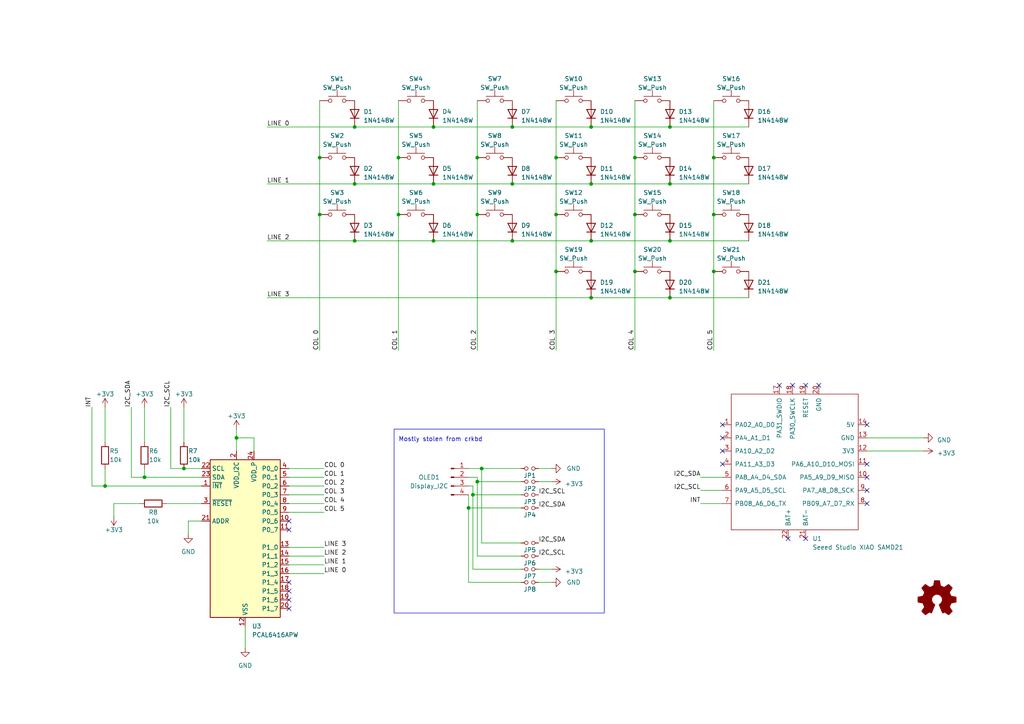
<source format=kicad_sch>
(kicad_sch (version 20230121) (generator eeschema)
  (paper "A4")
  (title_block (title "KBD-MK-II") (date "2023-03-18") (rev "2.0") (company "0xAC0") (comment 1 "https://github.com/foostan/crkbd") (comment 2 "Credit to crkbd for inspiration."))
  (lib_symbols
    (symbol "Connector:Conn_01x04_Pin" (pin_names (offset 1.016) hide)
      (property "Reference" "J" (at 0 5.08 0))
      (property "Value" "Conn_01x04_Pin" (at 0 -7.62 0))
      (symbol "Conn_01x04_Pin_1_1"
        (polyline (pts (xy 1.27 -5.08) (xy 0.8636 -5.08)) (stroke (width 0.1524)))
        (polyline (pts (xy 1.27 -2.54) (xy 0.8636 -2.54)) (stroke (width 0.1524)))
        (polyline (pts (xy 1.27 0) (xy 0.8636 0)) (stroke (width 0.1524)))
        (polyline (pts (xy 1.27 2.54) (xy 0.8636 2.54)) (stroke (width 0.1524)))
        (rectangle (start 0.8636 -4.953) (end 0 -5.207) (stroke (width 0.1524)) (fill (type outline)))
        (rectangle (start 0.8636 -2.413) (end 0 -2.667) (stroke (width 0.1524)) (fill (type outline)))
        (rectangle (start 0.8636 0.127) (end 0 -0.127) (stroke (width 0.1524)) (fill (type outline)))
        (rectangle (start 0.8636 2.667) (end 0 2.413) (stroke (width 0.1524)) (fill (type outline)))
        (pin passive line (at 5.08 2.54 180) (length 3.81) (name "Pin_1") (number "1"))
        (pin passive line (at 5.08 0 180) (length 3.81) (name "Pin_2") (number "2"))
        (pin passive line (at 5.08 -2.54 180) (length 3.81) (name "Pin_3") (number "3"))
        (pin passive line (at 5.08 -5.08 180) (length 3.81) (name "Pin_4") (number "4"))
      )
    )
    (symbol "Device:R" (pin_numbers hide) (pin_names (offset 0))
      (property "Reference" "R" (at 2.032 0 90))
      (property "Value" "R" (at 0 0 90))
      (symbol "R_0_1"
        (rectangle (start -1.016 -2.54) (end 1.016 2.54) (stroke (width 0.254)))
      )
      (symbol "R_1_1"
        (pin passive line (at 0 3.81 270) (length 1.27) (name "~") (number "1"))
        (pin passive line (at 0 -3.81 90) (length 1.27) (name "~") (number "2"))
      )
    )
    (symbol "Diode:1N4148W" (pin_numbers hide) (pin_names hide)
      (property "Reference" "D" (at 0 2.54 0))
      (property "Value" "1N4148W" (at 0 -2.54 0))
      (symbol "1N4148W_0_1"
        (polyline (pts (xy -1.27 1.27) (xy -1.27 -1.27)) (stroke (width 0.254)))
        (polyline (pts (xy 1.27 0) (xy -1.27 0)))
        (polyline (pts (xy 1.27 1.27) (xy 1.27 -1.27) (xy -1.27 0) (xy 1.27 1.27)) (stroke (width 0.254)))
      )
      (symbol "1N4148W_1_1"
        (pin passive line (at -3.81 0 0) (length 2.54) (name "K") (number "1"))
        (pin passive line (at 3.81 0 180) (length 2.54) (name "A") (number "2"))
      )
    )
    (symbol "Graphic:Logo_Open_Hardware_Small" (in_bom no) (on_board no)
      (symbol "Logo_Open_Hardware_Small_0_1"
        (polyline (pts (xy 3.3528 -4.3434) (xy 3.302 -4.318) (xy 3.175 -4.2418) (xy 2.9972 -4.1148) (xy 2.7686 -3.9624) (xy 2.54 -3.81) (xy 2.3622 -3.7084) (xy 2.2352 -3.6068) (xy 2.1844 -3.5814) (xy 2.159 -3.6068) (xy 2.0574 -3.6576) (xy 1.905 -3.7338) (xy 1.8034 -3.7846) (xy 1.6764 -3.8354) (xy 1.6002 -3.8354) (xy 1.6002 -3.8354) (xy 1.5494 -3.7338) (xy 1.4732 -3.5306) (xy 1.3462 -3.302) (xy 1.2446 -3.0226) (xy 1.1176 -2.7178) (xy 0.9652 -2.413) (xy 0.8636 -2.1082) (xy 0.7366 -1.8288) (xy 0.6604 -1.6256) (xy 0.6096 -1.4732) (xy 0.5842 -1.397) (xy 0.5842 -1.397) (xy 0.6604 -1.3208) (xy 0.7874 -1.2446) (xy 1.0414 -1.016) (xy 1.2954 -0.6858) (xy 1.4478 -0.3302) (xy 1.524 0.0762) (xy 1.4732 0.4572) (xy 1.3208 0.8128) (xy 1.0668 1.143) (xy 0.762 1.3716) (xy 0.4064 1.524) (xy 0 1.5748) (xy -0.381 1.5494) (xy -0.7366 1.397) (xy -1.0668 1.143) (xy -1.2192 0.9906) (xy -1.397 0.6604) (xy -1.524 0.3048) (xy -1.524 0.2286) (xy -1.4986 -0.1778) (xy -1.397 -0.5334) (xy -1.1938 -0.8636) (xy -0.9144 -1.143) (xy -0.8636 -1.1684) (xy -0.7366 -1.27) (xy -0.635 -1.3462) (xy -0.5842 -1.397) (xy -1.0668 -2.5908) (xy -1.143 -2.794) (xy -1.2954 -3.1242) (xy -1.397 -3.4036) (xy -1.4986 -3.6322) (xy -1.5748 -3.7846) (xy -1.6002 -3.8354) (xy -1.6002 -3.8354) (xy -1.651 -3.8354) (xy -1.7272 -3.81) (xy -1.905 -3.7338) (xy -2.0066 -3.683) (xy -2.1336 -3.6068) (xy -2.2098 -3.5814) (xy -2.2606 -3.6068) (xy -2.3622 -3.683) (xy -2.54 -3.81) (xy -2.7686 -3.9624) (xy -2.9718 -4.0894) (xy -3.1496 -4.2164) (xy -3.302 -4.318) (xy -3.3528 -4.3434) (xy -3.3782 -4.3434) (xy -3.429 -4.318) (xy -3.5306 -4.2164) (xy -3.7084 -4.064) (xy -3.937 -3.8354) (xy -3.9624 -3.81) (xy -4.1656 -3.6068) (xy -4.318 -3.4544) (xy -4.4196 -3.3274) (xy -4.445 -3.2766) (xy -4.445 -3.2766) (xy -4.4196 -3.2258) (xy -4.318 -3.0734) (xy -4.2164 -2.8956) (xy -4.064 -2.667) (xy -3.6576 -2.0828) (xy -3.8862 -1.5494) (xy -3.937 -1.3716) (xy -4.0386 -1.1684) (xy -4.0894 -1.0414) (xy -4.1148 -0.9652) (xy -4.191 -0.9398) (xy -4.318 -0.9144) (xy -4.5466 -0.8636) (xy -4.8006 -0.8128) (xy -5.0546 -0.7874) (xy -5.2578 -0.7366) (xy -5.4356 -0.7112) (xy -5.5118 -0.6858) (xy -5.5118 -0.6858) (xy -5.5372 -0.635) (xy -5.5372 -0.5588) (xy -5.5372 -0.4318) (xy -5.5626 -0.2286) (xy -5.5626 0.0762) (xy -5.5626 0.127) (xy -5.5372 0.4064) (xy -5.5372 0.635) (xy -5.5372 0.762) (xy -5.5372 0.8382) (xy -5.5372 0.8382) (xy -5.461 0.8382) (xy -5.3086 0.889) (xy -5.08 0.9144) (xy -4.826 0.9652) (xy -4.8006 0.9906) (xy -4.5466 1.0414) (xy -4.318 1.0668) (xy -4.1656 1.1176) (xy -4.0894 1.143) (xy -4.0894 1.143) (xy -4.0386 1.2446) (xy -3.9624 1.4224) (xy -3.8608 1.6256) (xy -3.7846 1.8288) (xy -3.7084 2.0066) (xy -3.6576 2.159) (xy -3.6322 2.2098) (xy -3.6322 2.2098) (xy -3.683 2.286) (xy -3.7592 2.413) (xy -3.8862 2.5908) (xy -4.064 2.8194) (xy -4.064 2.8448) (xy -4.2164 3.0734) (xy -4.3434 3.2512) (xy -4.4196 3.3782) (xy -4.445 3.4544) (xy -4.445 3.4544) (xy -4.3942 3.5052) (xy -4.2926 3.6322) (xy -4.1148 3.81) (xy -3.937 4.0132) (xy -3.8608 4.064) (xy -3.6576 4.2926) (xy -3.5052 4.4196) (xy -3.4036 4.4958) (xy -3.3528 4.5212) (xy -3.3528 4.5212) (xy -3.302 4.4704) (xy -3.1496 4.3688) (xy -2.9718 4.2418) (xy -2.7432 4.0894) (xy -2.7178 4.0894) (xy -2.4892 3.937) (xy -2.3114 3.81) (xy -2.1844 3.7084) (xy -2.1336 3.683) (xy -2.1082 3.683) (xy -2.032 3.7084) (xy -1.8542 3.7592) (xy -1.6764 3.8354) (xy -1.4732 3.937) (xy -1.27 4.0132) (xy -1.143 4.064) (xy -1.0668 4.1148) (xy -1.0668 4.1148) (xy -1.0414 4.191) (xy -1.016 4.3434) (xy -0.9652 4.572) (xy -0.9144 4.8514) (xy -0.889 4.9022) (xy -0.8382 5.1562) (xy -0.8128 5.3848) (xy -0.7874 5.5372) (xy -0.762 5.588) (xy -0.7112 5.6134) (xy -0.5842 5.6134) (xy -0.4064 5.6134) (xy -0.1524 5.6134) (xy 0.0762 5.6134) (xy 0.3302 5.6134) (xy 0.5334 5.6134) (xy 0.6858 5.588) (xy 0.7366 5.588) (xy 0.7366 5.588) (xy 0.762 5.5118) (xy 0.8128 5.334) (xy 0.8382 5.1054) (xy 0.9144 4.826) (xy 0.9144 4.7752) (xy 0.9652 4.5212) (xy 1.016 4.2926) (xy 1.0414 4.1402) (xy 1.0668 4.0894) (xy 1.0668 4.0894) (xy 1.1938 4.0386) (xy 1.3716 3.9624) (xy 1.5748 3.8608) (xy 2.0828 3.6576) (xy 2.7178 4.0894) (xy 2.7686 4.1402) (xy 2.9972 4.2926) (xy 3.175 4.4196) (xy 3.302 4.4958) (xy 3.3782 4.5212) (xy 3.3782 4.5212) (xy 3.429 4.4704) (xy 3.556 4.3434) (xy 3.7338 4.191) (xy 3.9116 3.9878) (xy 4.064 3.8354) (xy 4.2418 3.6576) (xy 4.3434 3.556) (xy 4.4196 3.4798) (xy 4.4196 3.429) (xy 4.4196 3.4036) (xy 4.3942 3.3274) (xy 4.2926 3.2004) (xy 4.1656 2.9972) (xy 4.0132 2.794) (xy 3.8862 2.5908) (xy 3.7592 2.3876) (xy 3.6576 2.2352) (xy 3.6322 2.159) (xy 3.6322 2.1336) (xy 3.683 2.0066) (xy 3.7592 1.8288) (xy 3.8608 1.6002) (xy 4.064 1.1176) (xy 4.3942 1.0414) (xy 4.5974 1.016) (xy 4.8768 0.9652) (xy 5.1308 0.9144) (xy 5.5372 0.8382) (xy 5.5626 -0.6604) (xy 5.4864 -0.6858) (xy 5.4356 -0.6858) (xy 5.2832 -0.7366) (xy 5.0546 -0.762) (xy 4.8006 -0.8128) (xy 4.5974 -0.8636) (xy 4.3688 -0.9144) (xy 4.2164 -0.9398) (xy 4.1402 -0.9398) (xy 4.1148 -0.9652) (xy 4.064 -1.0668) (xy 3.9878 -1.2446) (xy 3.9116 -1.4478) (xy 3.81 -1.651) (xy 3.7338 -1.8542) (xy 3.683 -2.0066) (xy 3.6576 -2.0828) (xy 3.683 -2.1336) (xy 3.7846 -2.2606) (xy 3.8862 -2.4638) (xy 4.0386 -2.667) (xy 4.191 -2.8956) (xy 4.318 -3.0734) (xy 4.3942 -3.2004) (xy 4.445 -3.2766) (xy 4.4196 -3.3274) (xy 4.3434 -3.429) (xy 4.1656 -3.5814) (xy 3.937 -3.8354) (xy 3.8862 -3.8608) (xy 3.683 -4.064) (xy 3.5306 -4.2164) (xy 3.4036 -4.318) (xy 3.3528 -4.3434)) (fill (type outline)))
      )
    )
    (symbol "Interface_Expansion:PCAL6416APW"
      (property "Reference" "U" (at -10.16 24.13 0))
      (property "Value" "PCAL6416APW" (at 3.81 24.13 0))
      (symbol "PCAL6416APW_0_1"
        (rectangle (start -10.16 22.86) (end 10.16 -22.86) (stroke (width 0.254)) (fill (type background)))
      )
      (symbol "PCAL6416APW_1_1"
        (pin open_collector line (at -12.7 15.24 0) (length 2.54) (name "~{INT}") (number "1"))
        (pin bidirectional line (at 12.7 5.08 180) (length 2.54) (name "P0_6") (number "10"))
        (pin bidirectional line (at 12.7 2.54 180) (length 2.54) (name "P0_7") (number "11"))
        (pin power_in line (at 0 -25.4 90) (length 2.54) (name "VSS") (number "12"))
        (pin bidirectional line (at 12.7 -2.54 180) (length 2.54) (name "P1_0") (number "13"))
        (pin bidirectional line (at 12.7 -5.08 180) (length 2.54) (name "P1_1") (number "14"))
        (pin bidirectional line (at 12.7 -7.62 180) (length 2.54) (name "P1_2") (number "15"))
        (pin bidirectional line (at 12.7 -10.16 180) (length 2.54) (name "P1_3") (number "16"))
        (pin bidirectional line (at 12.7 -12.7 180) (length 2.54) (name "P1_4") (number "17"))
        (pin bidirectional line (at 12.7 -15.24 180) (length 2.54) (name "P1_5") (number "18"))
        (pin bidirectional line (at 12.7 -17.78 180) (length 2.54) (name "P1_6") (number "19"))
        (pin power_in line (at -2.54 25.4 270) (length 2.54) (name "VDD_I2C") (number "2"))
        (pin bidirectional line (at 12.7 -20.32 180) (length 2.54) (name "P1_7") (number "20"))
        (pin input line (at -12.7 5.08 0) (length 2.54) (name "ADDR") (number "21"))
        (pin input line (at -12.7 20.32 0) (length 2.54) (name "SCL") (number "22"))
        (pin bidirectional line (at -12.7 17.78 0) (length 2.54) (name "SDA") (number "23"))
        (pin power_in line (at 2.54 25.4 270) (length 2.54) (name "VDD_P") (number "24"))
        (pin input line (at -12.7 10.16 0) (length 2.54) (name "~{RESET}") (number "3"))
        (pin bidirectional line (at 12.7 20.32 180) (length 2.54) (name "P0_0") (number "4"))
        (pin bidirectional line (at 12.7 17.78 180) (length 2.54) (name "P0_1") (number "5"))
        (pin bidirectional line (at 12.7 15.24 180) (length 2.54) (name "P0_2") (number "6"))
        (pin bidirectional line (at 12.7 12.7 180) (length 2.54) (name "P0_3") (number "7"))
        (pin bidirectional line (at 12.7 10.16 180) (length 2.54) (name "P0_4") (number "8"))
        (pin bidirectional line (at 12.7 7.62 180) (length 2.54) (name "P0_5") (number "9"))
      )
    )
    (symbol "Seeed_Studio_XIAO_Series:Seeed Studio XIAO SAMD21" (pin_names (offset 1.016))
      (property "Reference" "U" (at -19.05 22.86 0))
      (property "Value" "Seeed Studio XIAO SAMD21" (at -12.7 21.59 0))
      (symbol "Seeed Studio XIAO SAMD21_0_1"
        (rectangle (start -19.05 20.32) (end 17.78 -19.05))
      )
      (symbol "Seeed Studio XIAO SAMD21_1_1"
        (pin bidirectional line (at -21.59 11.43 0) (length 2.54) (name "PA02_A0_D0") (number "1"))
        (pin bidirectional line (at 20.32 -3.81 180) (length 2.54) (name "PA5_A9_D9_MISO") (number "10"))
        (pin bidirectional line (at 20.32 0 180) (length 2.54) (name "PA6_A10_D10_MOSI") (number "11"))
        (pin power_out line (at 20.32 3.81 180) (length 2.54) (name "3V3") (number "12"))
        (pin power_out line (at 20.32 7.62 180) (length 2.54) (name "GND") (number "13"))
        (pin power_out line (at 20.32 11.43 180) (length 2.54) (name "5V") (number "14"))
        (pin input line (at -5.08 22.86 270) (length 2.54) (name "PA31_SWDIO") (number "17"))
        (pin input line (at -1.27 22.86 270) (length 2.54) (name "PA30_SWCLK") (number "18"))
        (pin input line (at 2.54 22.86 270) (length 2.54) (name "RESET") (number "19"))
        (pin bidirectional line (at -21.59 7.62 0) (length 2.54) (name "PA4_A1_D1") (number "2"))
        (pin input line (at 6.35 22.86 270) (length 2.54) (name "GND") (number "20"))
        (pin input line (at 2.54 -21.59 90) (length 2.54) (name "BAT-") (number "21"))
        (pin input line (at -2.54 -21.59 90) (length 2.54) (name "BAT+") (number "22"))
        (pin bidirectional line (at -21.59 3.81 0) (length 2.54) (name "PA10_A2_D2") (number "3"))
        (pin bidirectional line (at -21.59 0 0) (length 2.54) (name "PA11_A3_D3") (number "4"))
        (pin bidirectional line (at -21.59 -3.81 0) (length 2.54) (name "PA8_A4_D4_SDA") (number "5"))
        (pin bidirectional line (at -21.59 -7.62 0) (length 2.54) (name "PA9_A5_D5_SCL") (number "6"))
        (pin bidirectional line (at -21.59 -11.43 0) (length 2.54) (name "PB08_A6_D6_TX") (number "7"))
        (pin bidirectional line (at 20.32 -11.43 180) (length 2.54) (name "PB09_A7_D7_RX") (number "8"))
        (pin bidirectional line (at 20.32 -7.62 180) (length 2.54) (name "PA7_A8_D8_SCK") (number "9"))
      )
    )
    (symbol "Switch:SW_Push" (pin_numbers hide) (pin_names (offset 1.016) hide)
      (property "Reference" "SW" (at 1.27 2.54 0))
      (property "Value" "SW_Push" (at 0 -1.524 0))
      (symbol "SW_Push_0_1"
        (circle (center -2.032 0) (radius 0.508))
        (polyline (pts (xy 0 1.27) (xy 0 3.048)))
        (polyline (pts (xy 2.54 1.27) (xy -2.54 1.27)))
        (circle (center 2.032 0) (radius 0.508))
        (pin passive line (at -5.08 0 0) (length 2.54) (name "1") (number "1"))
        (pin passive line (at 5.08 0 180) (length 2.54) (name "2") (number "2"))
      )
    )
    (symbol "corne-chocolate-rescue:Jumper_NO_Small-Device" (pin_numbers hide) (pin_names (offset 0.762) hide)
      (property "Reference" "JP" (at 0 2.032 0))
      (property "Value" "Device:Jumper_NO_Small" (at 0.254 -1.524 0))
      (symbol "Jumper_NO_Small-Device_0_1"
        (circle (center -1.016 0) (radius 0.508))
        (circle (center 1.016 0) (radius 0.508))
        (pin passive line (at -2.54 0 0) (length 1.016) (name "1") (number "1"))
        (pin passive line (at 2.54 0 180) (length 1.016) (name "2") (number "2"))
      )
    )
    (symbol "power:+3V3" (power) (pin_names (offset 0))
      (property "Value" "+3V3" (at 0 3.556 0))
      (symbol "+3V3_0_1"
        (polyline (pts (xy -0.762 1.27) (xy 0 2.54)))
        (polyline (pts (xy 0 0) (xy 0 2.54)))
        (polyline (pts (xy 0 2.54) (xy 0.762 1.27)))
      )
      (symbol "+3V3_1_1"
        (pin power_in line (at 0 0 90) (length 0) hide (name "+3V3") (number "1"))
      )
    )
    (symbol "power:GND" (power) (pin_names (offset 0))
      (property "Value" "GND" (at 0 -3.81 0))
      (symbol "GND_0_1"
        (polyline (pts (xy 0 0) (xy 0 -1.27) (xy 1.27 -1.27) (xy 0 -2.54) (xy -1.27 -1.27) (xy 0 -1.27)))
      )
      (symbol "GND_1_1"
        (pin power_in line (at 0 0 270) (length 0) hide (name "GND") (number "1"))
      )
    )
  )
  (junction (at 207.01 78.74))
  (junction (at 161.29 62.23))
  (junction (at 115.57 45.72))
  (junction (at 137.16 143.51))
  (junction (at 184.15 45.72))
  (junction (at 138.43 62.23))
  (junction (at 184.15 62.23))
  (junction (at 139.7 135.89))
  (junction (at 68.58 127))
  (junction (at 92.71 45.72))
  (junction (at 53.34 135.89))
  (junction (at 102.87 36.83))
  (junction (at 125.73 53.34))
  (junction (at 30.48 140.97))
  (junction (at 194.31 86.36))
  (junction (at 171.45 86.36))
  (junction (at 207.01 45.72))
  (junction (at 194.31 53.34))
  (junction (at 148.59 53.34))
  (junction (at 207.01 62.23))
  (junction (at 138.43 139.7))
  (junction (at 115.57 62.23))
  (junction (at 41.91 138.43))
  (junction (at 171.45 53.34))
  (junction (at 102.87 69.85))
  (junction (at 161.29 78.74))
  (junction (at 102.87 53.34))
  (junction (at 92.71 62.23))
  (junction (at 138.43 45.72))
  (junction (at 194.31 36.83))
  (junction (at 184.15 78.74))
  (junction (at 171.45 69.85))
  (junction (at 148.59 69.85))
  (junction (at 194.31 69.85))
  (junction (at 148.59 36.83))
  (junction (at 125.73 36.83))
  (junction (at 161.29 45.72))
  (junction (at 171.45 36.83))
  (junction (at 125.73 69.85))
  (junction (at 135.89 147.32))
  (no_connect (at 83.82 151.13))
  (no_connect (at 83.82 153.67))
  (no_connect (at 83.82 173.99))
  (no_connect (at 251.46 123.19))
  (no_connect (at 209.55 123.19))
  (no_connect (at 233.68 156.21))
  (no_connect (at 237.49 111.76))
  (no_connect (at 251.46 134.62))
  (no_connect (at 209.55 130.81))
  (no_connect (at 209.55 134.62))
  (no_connect (at 209.55 127))
  (no_connect (at 83.82 176.53))
  (no_connect (at 229.87 111.76))
  (no_connect (at 83.82 171.45))
  (no_connect (at 251.46 138.43))
  (no_connect (at 251.46 146.05))
  (no_connect (at 83.82 168.91))
  (no_connect (at 251.46 142.24))
  (no_connect (at 233.68 111.76))
  (no_connect (at 226.06 111.76))
  (no_connect (at 228.6 156.21))
  (wire (pts (xy 171.45 53.34) (xy 194.31 53.34)))
  (wire (pts (xy 92.71 45.72) (xy 92.71 62.23)))
  (wire (pts (xy 102.87 69.85) (xy 125.73 69.85)))
  (wire (pts (xy 184.15 45.72) (xy 184.15 62.23)))
  (wire (pts (xy 203.2 146.05) (xy 209.55 146.05)))
  (wire (pts (xy 54.61 151.13) (xy 58.42 151.13)))
  (wire (pts (xy 203.2 138.43) (xy 209.55 138.43)))
  (wire (pts (xy 41.91 138.43) (xy 58.42 138.43)))
  (wire (pts (xy 33.02 149.86) (xy 33.02 146.05)))
  (wire (pts (xy 49.53 118.11) (xy 49.53 135.89)))
  (wire (pts (xy 156.21 165.1) (xy 160.02 165.1)))
  (wire (pts (xy 135.89 143.51) (xy 135.89 147.32)))
  (wire (pts (xy 68.58 124.46) (xy 68.58 127)))
  (wire (pts (xy 125.73 36.83) (xy 148.59 36.83)))
  (wire (pts (xy 93.98 140.97) (xy 83.82 140.97)))
  (wire (pts (xy 194.31 86.36) (xy 217.17 86.36)))
  (wire (pts (xy 93.98 138.43) (xy 83.82 138.43)))
  (wire (pts (xy 207.01 62.23) (xy 207.01 78.74)))
  (wire (pts (xy 115.57 45.72) (xy 115.57 62.23)))
  (wire (pts (xy 156.21 135.89) (xy 160.02 135.89)))
  (wire (pts (xy 135.89 135.89) (xy 139.7 135.89)))
  (wire (pts (xy 135.89 138.43) (xy 138.43 138.43)))
  (wire (pts (xy 139.7 157.48) (xy 151.13 157.48)))
  (wire (pts (xy 77.47 69.85) (xy 102.87 69.85)))
  (wire (pts (xy 102.87 36.83) (xy 125.73 36.83)))
  (wire (pts (xy 138.43 161.29) (xy 151.13 161.29)))
  (wire (pts (xy 38.1 118.11) (xy 38.1 138.43)))
  (wire (pts (xy 54.61 154.94) (xy 54.61 151.13)))
  (wire (pts (xy 161.29 45.72) (xy 161.29 62.23)))
  (wire (pts (xy 251.46 130.81) (xy 267.97 130.81)))
  (wire (pts (xy 41.91 118.11) (xy 41.91 128.27)))
  (wire (pts (xy 194.31 53.34) (xy 217.17 53.34)))
  (wire (pts (xy 137.16 140.97) (xy 137.16 143.51)))
  (wire (pts (xy 267.97 127) (xy 251.46 127)))
  (wire (pts (xy 148.59 69.85) (xy 171.45 69.85)))
  (wire (pts (xy 102.87 53.34) (xy 125.73 53.34)))
  (wire (pts (xy 135.89 140.97) (xy 137.16 140.97)))
  (wire (pts (xy 184.15 62.23) (xy 184.15 78.74)))
  (wire (pts (xy 135.89 168.91) (xy 151.13 168.91)))
  (wire (pts (xy 77.47 86.36) (xy 171.45 86.36)))
  (wire (pts (xy 93.98 166.37) (xy 83.82 166.37)))
  (wire (pts (xy 77.47 53.34) (xy 102.87 53.34)))
  (wire (pts (xy 156.21 168.91) (xy 160.02 168.91)))
  (wire (pts (xy 115.57 29.21) (xy 115.57 45.72)))
  (wire (pts (xy 184.15 78.74) (xy 184.15 101.6)))
  (wire (pts (xy 49.53 135.89) (xy 53.34 135.89)))
  (wire (pts (xy 33.02 146.05) (xy 40.64 146.05)))
  (wire (pts (xy 115.57 62.23) (xy 115.57 101.6)))
  (wire (pts (xy 73.66 130.81) (xy 73.66 127)))
  (wire (pts (xy 68.58 127) (xy 68.58 130.81)))
  (wire (pts (xy 148.59 36.83) (xy 171.45 36.83)))
  (wire (pts (xy 161.29 62.23) (xy 161.29 78.74)))
  (wire (pts (xy 125.73 53.34) (xy 148.59 53.34)))
  (wire (pts (xy 151.13 143.51) (xy 137.16 143.51)))
  (wire (pts (xy 137.16 165.1) (xy 151.13 165.1)))
  (wire (pts (xy 41.91 135.89) (xy 41.91 138.43)))
  (wire (pts (xy 156.21 139.7) (xy 160.02 139.7)))
  (wire (pts (xy 194.31 36.83) (xy 217.17 36.83)))
  (wire (pts (xy 26.67 118.11) (xy 26.67 140.97)))
  (wire (pts (xy 139.7 135.89) (xy 139.7 157.48)))
  (wire (pts (xy 92.71 29.21) (xy 92.71 45.72)))
  (wire (pts (xy 135.89 147.32) (xy 135.89 168.91)))
  (wire (pts (xy 48.26 146.05) (xy 58.42 146.05)))
  (wire (pts (xy 93.98 158.75) (xy 83.82 158.75)))
  (wire (pts (xy 93.98 148.59) (xy 83.82 148.59)))
  (wire (pts (xy 207.01 45.72) (xy 207.01 62.23)))
  (wire (pts (xy 53.34 118.11) (xy 53.34 128.27)))
  (wire (pts (xy 171.45 36.83) (xy 194.31 36.83)))
  (wire (pts (xy 161.29 29.21) (xy 161.29 45.72)))
  (wire (pts (xy 138.43 62.23) (xy 138.43 101.6)))
  (wire (pts (xy 93.98 163.83) (xy 83.82 163.83)))
  (wire (pts (xy 53.34 135.89) (xy 58.42 135.89)))
  (wire (pts (xy 171.45 86.36) (xy 194.31 86.36)))
  (wire (pts (xy 125.73 69.85) (xy 148.59 69.85)))
  (wire (pts (xy 73.66 127) (xy 68.58 127)))
  (wire (pts (xy 71.12 181.61) (xy 71.12 187.96)))
  (wire (pts (xy 151.13 139.7) (xy 138.43 139.7)))
  (wire (pts (xy 93.98 143.51) (xy 83.82 143.51)))
  (wire (pts (xy 194.31 69.85) (xy 217.17 69.85)))
  (wire (pts (xy 138.43 138.43) (xy 138.43 139.7)))
  (wire (pts (xy 184.15 29.21) (xy 184.15 45.72)))
  (wire (pts (xy 138.43 139.7) (xy 138.43 161.29)))
  (wire (pts (xy 137.16 143.51) (xy 137.16 165.1)))
  (wire (pts (xy 207.01 78.74) (xy 207.01 101.6)))
  (wire (pts (xy 138.43 45.72) (xy 138.43 62.23)))
  (wire (pts (xy 151.13 147.32) (xy 135.89 147.32)))
  (wire (pts (xy 139.7 135.89) (xy 151.13 135.89)))
  (wire (pts (xy 203.2 142.24) (xy 209.55 142.24)))
  (wire (pts (xy 30.48 140.97) (xy 58.42 140.97)))
  (wire (pts (xy 38.1 138.43) (xy 41.91 138.43)))
  (wire (pts (xy 148.59 53.34) (xy 171.45 53.34)))
  (wire (pts (xy 161.29 78.74) (xy 161.29 101.6)))
  (wire (pts (xy 30.48 118.11) (xy 30.48 128.27)))
  (wire (pts (xy 93.98 161.29) (xy 83.82 161.29)))
  (wire (pts (xy 30.48 135.89) (xy 30.48 140.97)))
  (wire (pts (xy 93.98 146.05) (xy 83.82 146.05)))
  (wire (pts (xy 207.01 29.21) (xy 207.01 45.72)))
  (wire (pts (xy 77.47 36.83) (xy 102.87 36.83)))
  (wire (pts (xy 92.71 62.23) (xy 92.71 101.6)))
  (wire (pts (xy 171.45 69.85) (xy 194.31 69.85)))
  (wire (pts (xy 26.67 140.97) (xy 30.48 140.97)))
  (wire (pts (xy 138.43 29.21) (xy 138.43 45.72)))
  (wire (pts (xy 93.98 135.89) (xy 83.82 135.89)))
  (rectangle (start 114.3 124.46) (end 175.26 177.8))
  (text "Mostly stolen from crkbd" (at 115.57 128.27 0) (effects (font (size 1.27 1.27)) (justify left bottom)))
  (label "LINE 1" (at 93.98 163.83 0))
  (label "INT" (at 203.2 146.05 180))
  (label "COL 1" (at 93.98 138.43 0))
  (label "I2C_SCL" (at 156.21 143.51 0))
  (label "LINE 3" (at 77.47 86.36 0))
  (label "INT" (at 26.67 118.11 90))
  (label "I2C_SCL" (at 49.53 118.11 90))
  (label "COL 2" (at 93.98 140.97 0))
  (label "LINE 0" (at 93.98 166.37 0))
  (label "I2C_SDA" (at 156.21 157.48 0))
  (label "I2C_SDA" (at 156.21 147.32 0))
  (label "COL 5" (at 93.98 148.59 0))
  (label "COL 2" (at 138.43 101.6 90))
  (label "COL 5" (at 207.01 101.6 90))
  (label "LINE 2" (at 93.98 161.29 0))
  (label "COL 0" (at 92.71 101.6 90))
  (label "I2C_SCL" (at 156.21 161.29 0))
  (label "I2C_SDA" (at 38.1 118.11 90))
  (label "COL 1" (at 115.57 101.6 90))
  (label "LINE 2" (at 77.47 69.85 0))
  (label "COL 4" (at 93.98 146.05 0))
  (label "COL 0" (at 93.98 135.89 0))
  (label "I2C_SCL" (at 203.2 142.24 180))
  (label "I2C_SDA" (at 203.2 138.43 180))
  (label "LINE 1" (at 77.47 53.34 0))
  (label "COL 3" (at 161.29 101.6 90))
  (label "COL 4" (at 184.15 101.6 90))
  (label "LINE 3" (at 93.98 158.75 0))
  (label "COL 3" (at 93.98 143.51 0))
  (label "LINE 0" (at 77.47 36.83 0))
  (symbol (lib_id "Diode:1N4148W") (at 217.17 82.55 90) (unit 1)
    (property "Reference" "D21" (at 219.71 81.915 90) (effects (justify right)))
    (property "Value" "1N4148W" (at 219.71 84.455 90) (effects (justify right)))
    (property "Footprint" "Diode_SMD:D_SOD-123" (effects hide))
    (property "Datasheet" "https://www.vishay.com/docs/85748/1n4148w.pdf" (effects hide))
    (property "Sim.Device" "D" (effects hide))
    (property "Sim.Pins" "1=K 2=A" (effects hide))
  )
  (symbol (lib_id "power:GND") (at 267.97 127 90) (unit 1)
    (property "Reference" "#PWR08" (effects hide))
    (property "Value" "GND" (at 271.78 127.635 90) (effects (justify right)))
  )
  (symbol (lib_id "Switch:SW_Push") (at 166.37 78.74 0) (unit 1)
    (property "Reference" "SW19" (at 166.37 72.39 0))
    (property "Value" "SW_Push" (at 166.37 74.93 0))
    (property "Footprint" "PCM_Switch_Keyboard_Hotswap_Kailh:SW_Hotswap_Kailh_Choc_V1_1.00u_reversible" (effects hide))
  )
  (symbol (lib_id "corne-chocolate-rescue:Jumper_NO_Small-Device") (at 153.67 135.89 180) (unit 1)
    (property "Reference" "JP1" (at 153.67 137.922 0))
    (property "Value" " " (at 153.416 134.366 0))
    (property "Footprint" "Jumper:SolderJumper-2_P1.3mm_Open_TrianglePad1.0x1.5mm" (effects hide))
  )
  (symbol (lib_id "Diode:1N4148W") (at 171.45 49.53 90) (unit 1)
    (property "Reference" "D11" (at 173.99 48.895 90) (effects (justify right)))
    (property "Value" "1N4148W" (at 173.99 51.435 90) (effects (justify right)))
    (property "Footprint" "Diode_SMD:D_SOD-123" (effects hide))
    (property "Datasheet" "https://www.vishay.com/docs/85748/1n4148w.pdf" (effects hide))
    (property "Sim.Device" "D" (effects hide))
    (property "Sim.Pins" "1=K 2=A" (effects hide))
  )
  (symbol (lib_id "Switch:SW_Push") (at 212.09 62.23 0) (unit 1)
    (property "Reference" "SW18" (at 212.09 55.88 0))
    (property "Value" "SW_Push" (at 212.09 58.42 0))
    (property "Footprint" "PCM_Switch_Keyboard_Hotswap_Kailh:SW_Hotswap_Kailh_Choc_V1_1.00u_reversible" (effects hide))
  )
  (symbol (lib_id "Switch:SW_Push") (at 189.23 29.21 0) (unit 1)
    (property "Reference" "SW13" (at 189.23 22.86 0))
    (property "Value" "SW_Push" (at 189.23 25.4 0))
    (property "Footprint" "PCM_Switch_Keyboard_Hotswap_Kailh:SW_Hotswap_Kailh_Choc_V1_1.00u_reversible" (effects hide))
  )
  (symbol (lib_id "Switch:SW_Push") (at 120.65 45.72 0) (unit 1)
    (property "Reference" "SW5" (at 120.65 39.37 0))
    (property "Value" "SW_Push" (at 120.65 41.91 0))
    (property "Footprint" "PCM_Switch_Keyboard_Hotswap_Kailh:SW_Hotswap_Kailh_Choc_V1_1.00u_reversible" (effects hide))
  )
  (symbol (lib_id "Diode:1N4148W") (at 148.59 49.53 90) (unit 1)
    (property "Reference" "D8" (at 151.13 48.895 90) (effects (justify right)))
    (property "Value" "1N4148W" (at 151.13 51.435 90) (effects (justify right)))
    (property "Footprint" "Diode_SMD:D_SOD-123" (effects hide))
    (property "Datasheet" "https://www.vishay.com/docs/85748/1n4148w.pdf" (effects hide))
    (property "Sim.Device" "D" (effects hide))
    (property "Sim.Pins" "1=K 2=A" (effects hide))
  )
  (symbol (lib_id "Switch:SW_Push") (at 212.09 78.74 0) (unit 1)
    (property "Reference" "SW21" (at 212.09 72.39 0))
    (property "Value" "SW_Push" (at 212.09 74.93 0))
    (property "Footprint" "PCM_Switch_Keyboard_Hotswap_Kailh:SW_Hotswap_Kailh_Choc_V1_1.50u_90deg_reversible" (effects hide))
  )
  (symbol (lib_id "Device:R") (at 41.91 132.08 0) (unit 1)
    (property "Reference" "R6" (at 43.18 130.81 0) (effects (justify left)))
    (property "Value" "10k" (at 43.18 133.35 0) (effects (justify left)))
    (property "Footprint" "Resistor_SMD:R_1206_3216Metric_Pad1.30x1.75mm_HandSolder" (effects hide))
  )
  (symbol (lib_id "Switch:SW_Push") (at 189.23 62.23 0) (unit 1)
    (property "Reference" "SW15" (at 189.23 55.88 0))
    (property "Value" "SW_Push" (at 189.23 58.42 0))
    (property "Footprint" "PCM_Switch_Keyboard_Hotswap_Kailh:SW_Hotswap_Kailh_Choc_V1_1.00u_reversible" (effects hide))
  )
  (symbol (lib_id "Switch:SW_Push") (at 189.23 45.72 0) (unit 1)
    (property "Reference" "SW14" (at 189.23 39.37 0))
    (property "Value" "SW_Push" (at 189.23 41.91 0))
    (property "Footprint" "PCM_Switch_Keyboard_Hotswap_Kailh:SW_Hotswap_Kailh_Choc_V1_1.00u_reversible" (effects hide))
  )
  (symbol (lib_id "power:+3V3") (at 160.02 139.7 270) (unit 1)
    (property "Reference" "#PWR011" (effects hide))
    (property "Value" "+3V3" (at 163.83 140.335 90) (effects (justify left)))
  )
  (symbol (lib_id "power:+3V3") (at 267.97 130.81 270) (unit 1)
    (property "Reference" "#PWR09" (effects hide))
    (property "Value" "+3V3" (at 271.78 131.445 90) (effects (justify left)))
  )
  (symbol (lib_id "corne-chocolate-rescue:Jumper_NO_Small-Device") (at 153.67 165.1 180) (unit 1)
    (property "Reference" "JP7" (at 153.67 167.132 0))
    (property "Value" " " (at 153.416 163.576 0))
    (property "Footprint" "Jumper:SolderJumper-2_P1.3mm_Open_TrianglePad1.0x1.5mm" (effects hide))
  )
  (symbol (lib_id "Diode:1N4148W") (at 125.73 33.02 90) (unit 1)
    (property "Reference" "D4" (at 128.27 32.385 90) (effects (justify right)))
    (property "Value" "1N4148W" (at 128.27 34.925 90) (effects (justify right)))
    (property "Footprint" "Diode_SMD:D_SOD-123" (effects hide))
    (property "Datasheet" "https://www.vishay.com/docs/85748/1n4148w.pdf" (effects hide))
    (property "Sim.Device" "D" (effects hide))
    (property "Sim.Pins" "1=K 2=A" (effects hide))
  )
  (symbol (lib_id "Device:R") (at 30.48 132.08 0) (unit 1)
    (property "Reference" "R5" (at 31.75 130.81 0) (effects (justify left)))
    (property "Value" "10k" (at 31.75 133.35 0) (effects (justify left)))
    (property "Footprint" "Resistor_SMD:R_1206_3216Metric_Pad1.30x1.75mm_HandSolder" (effects hide))
  )
  (symbol (lib_id "Diode:1N4148W") (at 102.87 33.02 90) (unit 1)
    (property "Reference" "D1" (at 105.41 32.385 90) (effects (justify right)))
    (property "Value" "1N4148W" (at 105.41 34.925 90) (effects (justify right)))
    (property "Footprint" "Diode_SMD:D_SOD-123" (effects hide))
    (property "Datasheet" "https://www.vishay.com/docs/85748/1n4148w.pdf" (effects hide))
    (property "Sim.Device" "D" (effects hide))
    (property "Sim.Pins" "1=K 2=A" (effects hide))
  )
  (symbol (lib_id "corne-chocolate-rescue:Jumper_NO_Small-Device") (at 153.67 161.29 180) (unit 1)
    (property "Reference" "JP6" (at 153.67 163.322 0))
    (property "Value" " " (at 153.416 159.766 0))
    (property "Footprint" "Jumper:SolderJumper-2_P1.3mm_Open_TrianglePad1.0x1.5mm" (effects hide))
  )
  (symbol (lib_id "Switch:SW_Push") (at 97.79 62.23 0) (unit 1)
    (property "Reference" "SW3" (at 97.79 55.88 0))
    (property "Value" "SW_Push" (at 97.79 58.42 0))
    (property "Footprint" "PCM_Switch_Keyboard_Hotswap_Kailh:SW_Hotswap_Kailh_Choc_V1_1.00u_reversible" (effects hide))
  )
  (symbol (lib_id "Diode:1N4148W") (at 194.31 49.53 90) (unit 1)
    (property "Reference" "D14" (at 196.85 48.895 90) (effects (justify right)))
    (property "Value" "1N4148W" (at 196.85 51.435 90) (effects (justify right)))
    (property "Footprint" "Diode_SMD:D_SOD-123" (effects hide))
    (property "Datasheet" "https://www.vishay.com/docs/85748/1n4148w.pdf" (effects hide))
    (property "Sim.Device" "D" (effects hide))
    (property "Sim.Pins" "1=K 2=A" (effects hide))
  )
  (symbol (lib_id "corne-chocolate-rescue:Jumper_NO_Small-Device") (at 153.67 143.51 180) (unit 1)
    (property "Reference" "JP3" (at 153.67 145.542 0))
    (property "Value" " " (at 153.416 141.986 0))
    (property "Footprint" "Jumper:SolderJumper-2_P1.3mm_Open_TrianglePad1.0x1.5mm" (effects hide))
  )
  (symbol (lib_id "Switch:SW_Push") (at 166.37 45.72 0) (unit 1)
    (property "Reference" "SW11" (at 166.37 39.37 0))
    (property "Value" "SW_Push" (at 166.37 41.91 0))
    (property "Footprint" "PCM_Switch_Keyboard_Hotswap_Kailh:SW_Hotswap_Kailh_Choc_V1_1.00u_reversible" (effects hide))
  )
  (symbol (lib_id "corne-chocolate-rescue:Jumper_NO_Small-Device") (at 153.67 168.91 180) (unit 1)
    (property "Reference" "JP8" (at 153.67 170.942 0))
    (property "Value" " " (at 153.416 167.386 0))
    (property "Footprint" "Jumper:SolderJumper-2_P1.3mm_Open_TrianglePad1.0x1.5mm" (effects hide))
  )
  (symbol (lib_id "Switch:SW_Push") (at 143.51 62.23 0) (unit 1)
    (property "Reference" "SW9" (at 143.51 55.88 0))
    (property "Value" "SW_Push" (at 143.51 58.42 0))
    (property "Footprint" "PCM_Switch_Keyboard_Hotswap_Kailh:SW_Hotswap_Kailh_Choc_V1_1.00u_reversible" (effects hide))
  )
  (symbol (lib_id "Graphic:Logo_Open_Hardware_Small") (at 271.78 173.99 0) (unit 1) (in_bom no) (on_board no)
    (property "Reference" "#SYM1" (effects hide))
    (property "Value" "Logo_Open_Hardware_Small" (effects hide))
    (property "Sim.Enable" "0" (effects hide))
  )
  (symbol (lib_id "power:+3V3") (at 30.48 118.11 0) (unit 1)
    (property "Reference" "#PWR06" (effects hide))
    (property "Value" "+3V3" (at 30.48 114.3 0))
  )
  (symbol (lib_id "Switch:SW_Push") (at 97.79 29.21 0) (unit 1)
    (property "Reference" "SW1" (at 97.79 22.86 0))
    (property "Value" "SW_Push" (at 97.79 25.4 0))
    (property "Footprint" "PCM_Switch_Keyboard_Hotswap_Kailh:SW_Hotswap_Kailh_Choc_V1_1.00u_reversible" (effects hide))
  )
  (symbol (lib_id "Switch:SW_Push") (at 143.51 29.21 0) (unit 1)
    (property "Reference" "SW7" (at 143.51 22.86 0))
    (property "Value" "SW_Push" (at 143.51 25.4 0))
    (property "Footprint" "PCM_Switch_Keyboard_Hotswap_Kailh:SW_Hotswap_Kailh_Choc_V1_1.00u_reversible" (effects hide))
  )
  (symbol (lib_id "power:+3V3") (at 53.34 118.11 0) (unit 1)
    (property "Reference" "#PWR04" (effects hide))
    (property "Value" "+3V3" (at 53.34 114.3 0))
  )
  (symbol (lib_id "Switch:SW_Push") (at 120.65 62.23 0) (unit 1)
    (property "Reference" "SW6" (at 120.65 55.88 0))
    (property "Value" "SW_Push" (at 120.65 58.42 0))
    (property "Footprint" "PCM_Switch_Keyboard_Hotswap_Kailh:SW_Hotswap_Kailh_Choc_V1_1.00u_reversible" (effects hide))
  )
  (symbol (lib_id "Diode:1N4148W") (at 102.87 49.53 90) (unit 1)
    (property "Reference" "D2" (at 105.41 48.895 90) (effects (justify right)))
    (property "Value" "1N4148W" (at 105.41 51.435 90) (effects (justify right)))
    (property "Footprint" "Diode_SMD:D_SOD-123" (effects hide))
    (property "Datasheet" "https://www.vishay.com/docs/85748/1n4148w.pdf" (effects hide))
    (property "Sim.Device" "D" (effects hide))
    (property "Sim.Pins" "1=K 2=A" (effects hide))
  )
  (symbol (lib_id "Diode:1N4148W") (at 217.17 66.04 90) (unit 1)
    (property "Reference" "D18" (at 219.71 65.405 90) (effects (justify right)))
    (property "Value" "1N4148W" (at 219.71 67.945 90) (effects (justify right)))
    (property "Footprint" "Diode_SMD:D_SOD-123" (effects hide))
    (property "Datasheet" "https://www.vishay.com/docs/85748/1n4148w.pdf" (effects hide))
    (property "Sim.Device" "D" (effects hide))
    (property "Sim.Pins" "1=K 2=A" (effects hide))
  )
  (symbol (lib_id "Diode:1N4148W") (at 171.45 33.02 90) (unit 1)
    (property "Reference" "D10" (at 173.99 32.385 90) (effects (justify right)))
    (property "Value" "1N4148W" (at 173.99 34.925 90) (effects (justify right)))
    (property "Footprint" "Diode_SMD:D_SOD-123" (effects hide))
    (property "Datasheet" "https://www.vishay.com/docs/85748/1n4148w.pdf" (effects hide))
    (property "Sim.Device" "D" (effects hide))
    (property "Sim.Pins" "1=K 2=A" (effects hide))
  )
  (symbol (lib_id "power:GND") (at 160.02 135.89 90) (unit 1)
    (property "Reference" "#PWR010" (effects hide))
    (property "Value" "GND" (at 166.37 135.89 90))
  )
  (symbol (lib_id "corne-chocolate-rescue:Jumper_NO_Small-Device") (at 153.67 139.7 180) (unit 1)
    (property "Reference" "JP2" (at 153.67 141.732 0))
    (property "Value" " " (at 153.416 138.176 0))
    (property "Footprint" "Jumper:SolderJumper-2_P1.3mm_Open_TrianglePad1.0x1.5mm" (effects hide))
  )
  (symbol (lib_id "Switch:SW_Push") (at 212.09 29.21 0) (unit 1)
    (property "Reference" "SW16" (at 212.09 22.86 0))
    (property "Value" "SW_Push" (at 212.09 25.4 0))
    (property "Footprint" "PCM_Switch_Keyboard_Hotswap_Kailh:SW_Hotswap_Kailh_Choc_V1_1.00u_reversible" (effects hide))
  )
  (symbol (lib_id "Switch:SW_Push") (at 166.37 62.23 0) (unit 1)
    (property "Reference" "SW12" (at 166.37 55.88 0))
    (property "Value" "SW_Push" (at 166.37 58.42 0))
    (property "Footprint" "PCM_Switch_Keyboard_Hotswap_Kailh:SW_Hotswap_Kailh_Choc_V1_1.00u_reversible" (effects hide))
  )
  (symbol (lib_id "Diode:1N4148W") (at 125.73 49.53 90) (unit 1)
    (property "Reference" "D5" (at 128.27 48.895 90) (effects (justify right)))
    (property "Value" "1N4148W" (at 128.27 51.435 90) (effects (justify right)))
    (property "Footprint" "Diode_SMD:D_SOD-123" (effects hide))
    (property "Datasheet" "https://www.vishay.com/docs/85748/1n4148w.pdf" (effects hide))
    (property "Sim.Device" "D" (effects hide))
    (property "Sim.Pins" "1=K 2=A" (effects hide))
  )
  (symbol (lib_id "power:GND") (at 160.02 168.91 90) (unit 1)
    (property "Reference" "#PWR013" (effects hide))
    (property "Value" "GND" (at 166.37 168.91 90))
  )
  (symbol (lib_id "Device:R") (at 53.34 132.08 0) (unit 1)
    (property "Reference" "R7" (at 54.61 130.81 0) (effects (justify left)))
    (property "Value" "10k" (at 54.61 133.35 0) (effects (justify left)))
    (property "Footprint" "Resistor_SMD:R_1206_3216Metric_Pad1.30x1.75mm_HandSolder" (effects hide))
  )
  (symbol (lib_id "Diode:1N4148W") (at 171.45 66.04 90) (unit 1)
    (property "Reference" "D12" (at 173.99 65.405 90) (effects (justify right)))
    (property "Value" "1N4148W" (at 173.99 67.945 90) (effects (justify right)))
    (property "Footprint" "Diode_SMD:D_SOD-123" (effects hide))
    (property "Datasheet" "https://www.vishay.com/docs/85748/1n4148w.pdf" (effects hide))
    (property "Sim.Device" "D" (effects hide))
    (property "Sim.Pins" "1=K 2=A" (effects hide))
  )
  (symbol (lib_id "Switch:SW_Push") (at 212.09 45.72 0) (unit 1)
    (property "Reference" "SW17" (at 212.09 39.37 0))
    (property "Value" "SW_Push" (at 212.09 41.91 0))
    (property "Footprint" "PCM_Switch_Keyboard_Hotswap_Kailh:SW_Hotswap_Kailh_Choc_V1_1.00u_reversible" (effects hide))
  )
  (symbol (lib_id "power:+3V3") (at 41.91 118.11 0) (unit 1)
    (property "Reference" "#PWR05" (effects hide))
    (property "Value" "+3V3" (at 41.91 114.3 0))
  )
  (symbol (lib_id "Diode:1N4148W") (at 171.45 82.55 90) (unit 1)
    (property "Reference" "D19" (at 173.99 81.915 90) (effects (justify right)))
    (property "Value" "1N4148W" (at 173.99 84.455 90) (effects (justify right)))
    (property "Footprint" "Diode_SMD:D_SOD-123" (effects hide))
    (property "Datasheet" "https://www.vishay.com/docs/85748/1n4148w.pdf" (effects hide))
    (property "Sim.Device" "D" (effects hide))
    (property "Sim.Pins" "1=K 2=A" (effects hide))
  )
  (symbol (lib_id "corne-chocolate-rescue:Jumper_NO_Small-Device") (at 153.67 147.32 180) (unit 1)
    (property "Reference" "JP4" (at 153.67 149.352 0))
    (property "Value" " " (at 153.416 145.796 0))
    (property "Footprint" "Jumper:SolderJumper-2_P1.3mm_Open_TrianglePad1.0x1.5mm" (effects hide))
  )
  (symbol (lib_id "power:GND") (at 54.61 154.94 0) (unit 1)
    (property "Reference" "#PWR02" (effects hide))
    (property "Value" "GND" (at 54.61 160.02 0))
  )
  (symbol (lib_id "Seeed_Studio_XIAO_Series:Seeed Studio XIAO SAMD21") (at 231.14 134.62 0) (unit 1)
    (property "Reference" "U1" (at 235.6359 156.21 0) (effects (justify left)))
    (property "Value" "Seeed Studio XIAO SAMD21" (at 235.6359 158.75 0) (effects (justify left)))
    (property "Footprint" "Seeed Studio XIAO Series Library:XIAO-Generic-Thruhole-14P-2.54-21X17.8MM" (effects hide))
  )
  (symbol (lib_id "Switch:SW_Push") (at 166.37 29.21 0) (unit 1)
    (property "Reference" "SW10" (at 166.37 22.86 0))
    (property "Value" "SW_Push" (at 166.37 25.4 0))
    (property "Footprint" "PCM_Switch_Keyboard_Hotswap_Kailh:SW_Hotswap_Kailh_Choc_V1_1.00u_reversible" (effects hide))
  )
  (symbol (lib_id "Connector:Conn_01x04_Pin") (at 130.81 138.43 0) (unit 1)
    (property "Reference" "OLED1" (at 124.46 138.43 0))
    (property "Value" "Display_I2C" (at 124.46 140.97 0))
    (property "Footprint" "Connector_PinHeader_2.54mm:PinHeader_1x04_P2.54mm_Vertical" (effects hide))
  )
  (symbol (lib_id "Diode:1N4148W") (at 148.59 33.02 90) (unit 1)
    (property "Reference" "D7" (at 151.13 32.385 90) (effects (justify right)))
    (property "Value" "1N4148W" (at 151.13 34.925 90) (effects (justify right)))
    (property "Footprint" "Diode_SMD:D_SOD-123" (effects hide))
    (property "Datasheet" "https://www.vishay.com/docs/85748/1n4148w.pdf" (effects hide))
    (property "Sim.Device" "D" (effects hide))
    (property "Sim.Pins" "1=K 2=A" (effects hide))
  )
  (symbol (lib_id "Diode:1N4148W") (at 194.31 66.04 90) (unit 1)
    (property "Reference" "D15" (at 196.85 65.405 90) (effects (justify right)))
    (property "Value" "1N4148W" (at 196.85 67.945 90) (effects (justify right)))
    (property "Footprint" "Diode_SMD:D_SOD-123" (effects hide))
    (property "Datasheet" "https://www.vishay.com/docs/85748/1n4148w.pdf" (effects hide))
    (property "Sim.Device" "D" (effects hide))
    (property "Sim.Pins" "1=K 2=A" (effects hide))
  )
  (symbol (lib_id "Diode:1N4148W") (at 217.17 33.02 90) (unit 1)
    (property "Reference" "D16" (at 219.71 32.385 90) (effects (justify right)))
    (property "Value" "1N4148W" (at 219.71 34.925 90) (effects (justify right)))
    (property "Footprint" "Diode_SMD:D_SOD-123" (effects hide))
    (property "Datasheet" "https://www.vishay.com/docs/85748/1n4148w.pdf" (effects hide))
    (property "Sim.Device" "D" (effects hide))
    (property "Sim.Pins" "1=K 2=A" (effects hide))
  )
  (symbol (lib_id "power:+3V3") (at 160.02 165.1 270) (unit 1)
    (property "Reference" "#PWR012" (effects hide))
    (property "Value" "+3V3" (at 163.83 165.735 90) (effects (justify left)))
  )
  (symbol (lib_id "corne-chocolate-rescue:Jumper_NO_Small-Device") (at 153.67 157.48 180) (unit 1)
    (property "Reference" "JP5" (at 153.67 159.512 0))
    (property "Value" " " (at 153.416 155.956 0))
    (property "Footprint" "Jumper:SolderJumper-2_P1.3mm_Open_TrianglePad1.0x1.5mm" (effects hide))
  )
  (symbol (lib_id "Switch:SW_Push") (at 189.23 78.74 0) (unit 1)
    (property "Reference" "SW20" (at 189.23 72.39 0))
    (property "Value" "SW_Push" (at 189.23 74.93 0))
    (property "Footprint" "PCM_Switch_Keyboard_Hotswap_Kailh:SW_Hotswap_Kailh_Choc_V1_1.00u_reversible" (effects hide))
  )
  (symbol (lib_id "Switch:SW_Push") (at 120.65 29.21 0) (unit 1)
    (property "Reference" "SW4" (at 120.65 22.86 0))
    (property "Value" "SW_Push" (at 120.65 25.4 0))
    (property "Footprint" "PCM_Switch_Keyboard_Hotswap_Kailh:SW_Hotswap_Kailh_Choc_V1_1.00u_reversible" (effects hide))
  )
  (symbol (lib_id "Interface_Expansion:PCAL6416APW") (at 71.12 156.21 0) (unit 1)
    (property "Reference" "U3" (at 73.0759 181.61 0) (effects (justify left)))
    (property "Value" "PCAL6416APW" (at 73.0759 184.15 0) (effects (justify left)))
    (property "Footprint" "Package_SO:TSSOP-24_4.4x7.8mm_P0.65mm" (effects hide))
    (property "Datasheet" "https://www.nxp.com/docs/en/data-sheet/PCAL6416A.pdf" (effects hide))
  )
  (symbol (lib_id "Diode:1N4148W") (at 125.73 66.04 90) (unit 1)
    (property "Reference" "D6" (at 128.27 65.405 90) (effects (justify right)))
    (property "Value" "1N4148W" (at 128.27 67.945 90) (effects (justify right)))
    (property "Footprint" "Diode_SMD:D_SOD-123" (effects hide))
    (property "Datasheet" "https://www.vishay.com/docs/85748/1n4148w.pdf" (effects hide))
    (property "Sim.Device" "D" (effects hide))
    (property "Sim.Pins" "1=K 2=A" (effects hide))
  )
  (symbol (lib_id "power:+3V3") (at 68.58 124.46 0) (unit 1)
    (property "Reference" "#PWR03" (effects hide))
    (property "Value" "+3V3" (at 68.58 120.65 0))
  )
  (symbol (lib_id "power:+3V3") (at 33.02 149.86 180) (unit 1)
    (property "Reference" "#PWR07" (effects hide))
    (property "Value" "+3V3" (at 33.02 153.67 0))
  )
  (symbol (lib_id "Diode:1N4148W") (at 194.31 82.55 90) (unit 1)
    (property "Reference" "D20" (at 196.85 81.915 90) (effects (justify right)))
    (property "Value" "1N4148W" (at 196.85 84.455 90) (effects (justify right)))
    (property "Footprint" "Diode_SMD:D_SOD-123" (effects hide))
    (property "Datasheet" "https://www.vishay.com/docs/85748/1n4148w.pdf" (effects hide))
    (property "Sim.Device" "D" (effects hide))
    (property "Sim.Pins" "1=K 2=A" (effects hide))
  )
  (symbol (lib_id "Diode:1N4148W") (at 194.31 33.02 90) (unit 1)
    (property "Reference" "D13" (at 196.85 32.385 90) (effects (justify right)))
    (property "Value" "1N4148W" (at 196.85 34.925 90) (effects (justify right)))
    (property "Footprint" "Diode_SMD:D_SOD-123" (effects hide))
    (property "Datasheet" "https://www.vishay.com/docs/85748/1n4148w.pdf" (effects hide))
    (property "Sim.Device" "D" (effects hide))
    (property "Sim.Pins" "1=K 2=A" (effects hide))
  )
  (symbol (lib_id "Switch:SW_Push") (at 143.51 45.72 0) (unit 1)
    (property "Reference" "SW8" (at 143.51 39.37 0))
    (property "Value" "SW_Push" (at 143.51 41.91 0))
    (property "Footprint" "PCM_Switch_Keyboard_Hotswap_Kailh:SW_Hotswap_Kailh_Choc_V1_1.00u_reversible" (effects hide))
  )
  (symbol (lib_id "Diode:1N4148W") (at 148.59 66.04 90) (unit 1)
    (property "Reference" "D9" (at 151.13 65.405 90) (effects (justify right)))
    (property "Value" "1N4148W" (at 151.13 67.945 90) (effects (justify right)))
    (property "Footprint" "Diode_SMD:D_SOD-123" (effects hide))
    (property "Datasheet" "https://www.vishay.com/docs/85748/1n4148w.pdf" (effects hide))
    (property "Sim.Device" "D" (effects hide))
    (property "Sim.Pins" "1=K 2=A" (effects hide))
  )
  (symbol (lib_id "Device:R") (at 44.45 146.05 270) (unit 1)
    (property "Reference" "R8" (at 44.45 148.59 90))
    (property "Value" "10k" (at 44.45 151.13 90))
    (property "Footprint" "Resistor_SMD:R_1206_3216Metric_Pad1.30x1.75mm_HandSolder" (effects hide))
  )
  (symbol (lib_id "Diode:1N4148W") (at 102.87 66.04 90) (unit 1)
    (property "Reference" "D3" (at 105.41 65.405 90) (effects (justify right)))
    (property "Value" "1N4148W" (at 105.41 67.945 90) (effects (justify right)))
    (property "Footprint" "Diode_SMD:D_SOD-123" (effects hide))
    (property "Datasheet" "https://www.vishay.com/docs/85748/1n4148w.pdf" (effects hide))
    (property "Sim.Device" "D" (effects hide))
    (property "Sim.Pins" "1=K 2=A" (effects hide))
  )
  (symbol (lib_id "power:GND") (at 71.12 187.96 0) (unit 1)
    (property "Reference" "#PWR01" (effects hide))
    (property "Value" "GND" (at 71.12 193.04 0))
  )
  (symbol (lib_id "Diode:1N4148W") (at 217.17 49.53 90) (unit 1)
    (property "Reference" "D17" (at 219.71 48.895 90) (effects (justify right)))
    (property "Value" "1N4148W" (at 219.71 51.435 90) (effects (justify right)))
    (property "Footprint" "Diode_SMD:D_SOD-123" (effects hide))
    (property "Datasheet" "https://www.vishay.com/docs/85748/1n4148w.pdf" (effects hide))
    (property "Sim.Device" "D" (effects hide))
    (property "Sim.Pins" "1=K 2=A" (effects hide))
  )
  (symbol (lib_id "Switch:SW_Push") (at 97.79 45.72 0) (unit 1)
    (property "Reference" "SW2" (at 97.79 39.37 0))
    (property "Value" "SW_Push" (at 97.79 41.91 0))
    (property "Footprint" "PCM_Switch_Keyboard_Hotswap_Kailh:SW_Hotswap_Kailh_Choc_V1_1.00u_reversible" (effects hide))
  )
)
</source>
